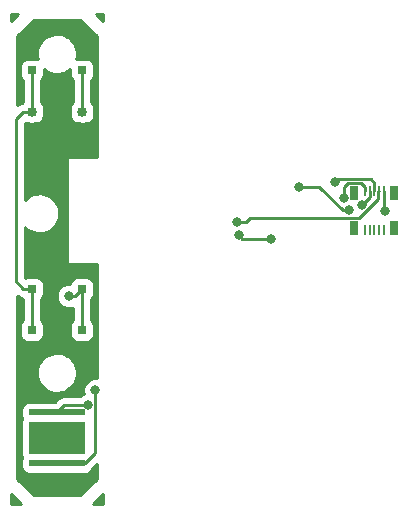
<source format=gbr>
%TF.GenerationSoftware,KiCad,Pcbnew,(5.99.0-2309-gaf729d578)*%
%TF.CreationDate,2020-09-01T21:57:30-04:00*%
%TF.ProjectId,flex,666c6578-2e6b-4696-9361-645f70636258,rev?*%
%TF.SameCoordinates,Original*%
%TF.FileFunction,Copper,L2,Bot*%
%TF.FilePolarity,Positive*%
%FSLAX46Y46*%
G04 Gerber Fmt 4.6, Leading zero omitted, Abs format (unit mm)*
G04 Created by KiCad (PCBNEW (5.99.0-2309-gaf729d578)) date 2020-09-01 21:57:30*
%MOMM*%
%LPD*%
G01*
G04 APERTURE LIST*
%TA.AperFunction,SMDPad,CuDef*%
%ADD10R,0.750000X0.700000*%
%TD*%
%TA.AperFunction,SMDPad,CuDef*%
%ADD11R,0.230000X0.920000*%
%TD*%
%TA.AperFunction,SMDPad,CuDef*%
%ADD12R,0.700000X1.200000*%
%TD*%
%TA.AperFunction,SMDPad,CuDef*%
%ADD13R,4.780000X0.500000*%
%TD*%
%TA.AperFunction,SMDPad,CuDef*%
%ADD14R,4.780000X2.780000*%
%TD*%
%TA.AperFunction,ViaPad*%
%ADD15C,0.800000*%
%TD*%
%TA.AperFunction,Conductor*%
%ADD16C,0.250000*%
%TD*%
%TA.AperFunction,NonConductor*%
%ADD17C,0.254000*%
%TD*%
G04 APERTURE END LIST*
D10*
%TO.P,SW2,2,2*%
%TO.N,GND*%
X252625000Y-38150000D03*
%TO.P,SW2,1,1*%
%TO.N,BUTTON4*%
X256875000Y-38150000D03*
%TO.P,SW2,2,2*%
%TO.N,GND*%
X252625000Y-34650000D03*
%TO.P,SW2,1,1*%
%TO.N,BUTTON4*%
X256875000Y-34650000D03*
%TD*%
%TO.P,SW1,2,2*%
%TO.N,GND*%
X252625000Y-19650000D03*
%TO.P,SW1,1,1*%
%TO.N,BUTTON2*%
X256875000Y-19650000D03*
%TO.P,SW1,2,2*%
%TO.N,GND*%
X252625000Y-16150000D03*
%TO.P,SW1,1,1*%
%TO.N,BUTTON2*%
X256875000Y-16150000D03*
%TD*%
D11*
%TO.P,P1,6,6*%
%TO.N,N/C*%
X281620000Y-29651316D03*
%TO.P,P1,4,4*%
X281220000Y-29651316D03*
%TO.P,P1,8,8*%
X282020000Y-29651316D03*
%TO.P,P1,2,2*%
X280820000Y-29651316D03*
%TO.P,P1,10,10*%
X282420000Y-29651316D03*
%TO.P,P1,5,5*%
%TO.N,BUTTON2*%
X281620000Y-26371316D03*
%TO.P,P1,3,3*%
%TO.N,FLASHLIGHT*%
X281220000Y-26371316D03*
%TO.P,P1,7,7*%
%TO.N,BUTTON4*%
X282020000Y-26371316D03*
%TO.P,P1,1,1*%
%TO.N,VIN*%
X280820000Y-26371316D03*
%TO.P,P1,9,9*%
%TO.N,GND*%
X282420000Y-26371316D03*
D12*
%TO.P,P1,P1*%
%TO.N,N/C*%
X279920000Y-29511316D03*
%TO.P,P1,P3*%
X279920000Y-26511316D03*
%TO.P,P1,P4*%
X283320000Y-26511316D03*
%TO.P,P1,P2*%
X283320000Y-29511316D03*
%TD*%
D13*
%TO.P,D1,1,K*%
%TO.N,Net-(D1-Pad1)*%
X254750000Y-45110000D03*
%TO.P,D1,2,A*%
%TO.N,Net-(D1-Pad2)*%
X254750000Y-49390000D03*
D14*
%TO.P,D1,*%
%TO.N,*%
X254750000Y-47250000D03*
%TD*%
D15*
%TO.N,Net-(D1-Pad1)*%
X270141863Y-30111296D03*
%TO.N,BUTTON4*%
X255750000Y-35250000D03*
X270000000Y-29000000D03*
%TO.N,Net-(D1-Pad1)*%
X272860621Y-30392622D03*
%TO.N,FLASHLIGHT*%
X280581702Y-27505718D03*
%TO.N,GND*%
X279500000Y-28000000D03*
%TO.N,VIN*%
X279069988Y-26929593D03*
%TO.N,GND*%
X275250000Y-26000000D03*
X252625000Y-19650000D03*
%TO.N,BUTTON2*%
X278250000Y-25561316D03*
X256875000Y-19650000D03*
%TO.N,GND*%
X282559026Y-28029513D03*
%TO.N,Net-(D1-Pad2)*%
X258000000Y-43250000D03*
%TO.N,Net-(D1-Pad1)*%
X257374990Y-44500000D03*
%TD*%
D16*
%TO.N,BUTTON4*%
X282020000Y-26371316D02*
X281970010Y-26371316D01*
X271124999Y-28625001D02*
X270750000Y-29000000D01*
X270750000Y-29000000D02*
X270000000Y-29000000D01*
X281970010Y-26371316D02*
X281970010Y-27001308D01*
X280346317Y-28625001D02*
X271124999Y-28625001D01*
%TO.N,Net-(D1-Pad1)*%
X270423189Y-30392622D02*
X270141863Y-30111296D01*
X272860621Y-30392622D02*
X270423189Y-30392622D01*
%TO.N,BUTTON4*%
X281970010Y-27001308D02*
X280346317Y-28625001D01*
X255750000Y-35250000D02*
X256275000Y-35250000D01*
X256275000Y-35250000D02*
X256875000Y-34650000D01*
%TO.N,FLASHLIGHT*%
X281220000Y-26867420D02*
X280581702Y-27505718D01*
X281220000Y-26371316D02*
X281220000Y-26867420D01*
%TO.N,VIN*%
X279069988Y-26006326D02*
X279069988Y-26929593D01*
X280450001Y-25686315D02*
X279389999Y-25686315D01*
X280820000Y-26056314D02*
X280450001Y-25686315D01*
X279389999Y-25686315D02*
X279069988Y-26006326D01*
%TO.N,GND*%
X278934315Y-28000000D02*
X276934315Y-26000000D01*
X279500000Y-28000000D02*
X278934315Y-28000000D01*
X276934315Y-26000000D02*
X275250000Y-26000000D01*
%TO.N,VIN*%
X280820000Y-26371316D02*
X280820000Y-26056314D01*
%TO.N,BUTTON2*%
X278250000Y-25561316D02*
X278475012Y-25336304D01*
X281294988Y-25336304D02*
X281620000Y-25661316D01*
X278475012Y-25336304D02*
X281294988Y-25336304D01*
X281620000Y-25661316D02*
X281620000Y-26371316D01*
%TO.N,GND*%
X252625000Y-34650000D02*
X251900001Y-34650000D01*
X251900001Y-34650000D02*
X251250000Y-33999999D01*
X251250000Y-20300001D02*
X251900001Y-19650000D01*
X251900001Y-19650000D02*
X252625000Y-19650000D01*
X251250000Y-33999999D02*
X251250000Y-20300001D01*
X252625000Y-38150000D02*
X252625000Y-34650000D01*
X252625000Y-16150000D02*
X252625000Y-19650000D01*
%TO.N,BUTTON2*%
X256875000Y-19650000D02*
X256875000Y-16150000D01*
%TO.N,GND*%
X282420000Y-26371316D02*
X282420000Y-27890487D01*
X282420000Y-27890487D02*
X282559026Y-28029513D01*
%TO.N,BUTTON4*%
X256875000Y-38150000D02*
X256875000Y-34650000D01*
%TO.N,Net-(D1-Pad2)*%
X258000000Y-48530000D02*
X258000000Y-43250000D01*
%TO.N,Net-(D1-Pad1)*%
X255360000Y-44500000D02*
X257374990Y-44500000D01*
%TO.N,Net-(D1-Pad2)*%
X254750000Y-49390000D02*
X257140000Y-49390000D01*
X257140000Y-49390000D02*
X258000000Y-48530000D01*
%TO.N,Net-(D1-Pad1)*%
X254750000Y-45110000D02*
X255360000Y-44500000D01*
%TD*%
D17*
X258624000Y-11984987D02*
X258018926Y-11376000D01*
X258624000Y-11376000D01*
X258624000Y-11984987D01*
%TA.AperFunction,NonConductor*%
G36*
X258624000Y-11984987D02*
G01*
X258018926Y-11376000D01*
X258624000Y-11376000D01*
X258624000Y-11984987D01*
G37*
%TD.AperFunction*%
X250876000Y-11984988D02*
X250876000Y-11376000D01*
X251481074Y-11376000D01*
X250876000Y-11984988D01*
%TA.AperFunction,NonConductor*%
G36*
X250876000Y-11984988D02*
G01*
X250876000Y-11376000D01*
X251481074Y-11376000D01*
X250876000Y-11984988D01*
G37*
%TD.AperFunction*%
X258116001Y-13272732D02*
X258116000Y-23453018D01*
X255697021Y-23474465D01*
X255624000Y-23548136D01*
X255624000Y-32463503D01*
X255697809Y-32537312D01*
X258116001Y-32537312D01*
X258116000Y-42214000D01*
X257871938Y-42214000D01*
X257855562Y-42216156D01*
X257608165Y-42282446D01*
X257592905Y-42288767D01*
X257371095Y-42416829D01*
X257357991Y-42426884D01*
X257176884Y-42607991D01*
X257166829Y-42621095D01*
X257038767Y-42842905D01*
X257032446Y-42858165D01*
X256966156Y-43105562D01*
X256964000Y-43121938D01*
X256964000Y-43378062D01*
X256966156Y-43394438D01*
X257001797Y-43527451D01*
X256983155Y-43532446D01*
X256967895Y-43538767D01*
X256746085Y-43666829D01*
X256732981Y-43676884D01*
X256670866Y-43739000D01*
X255304821Y-43739000D01*
X255304809Y-43739001D01*
X255249509Y-43739001D01*
X255229920Y-43742103D01*
X255181805Y-43757737D01*
X255131823Y-43765654D01*
X255112961Y-43771782D01*
X255067873Y-43794755D01*
X255019754Y-43810390D01*
X255002084Y-43819394D01*
X254961150Y-43849134D01*
X254916066Y-43872106D01*
X254900020Y-43883764D01*
X254860404Y-43923381D01*
X254860389Y-43923394D01*
X254565621Y-44218163D01*
X252351742Y-44218163D01*
X252335366Y-44220319D01*
X252056142Y-44295137D01*
X252031662Y-44307880D01*
X251875410Y-44438990D01*
X251861239Y-44455879D01*
X251760641Y-44630120D01*
X251753100Y-44650837D01*
X251719122Y-44843538D01*
X251718163Y-44854499D01*
X251718163Y-45368258D01*
X251720319Y-45384634D01*
X251778027Y-45600006D01*
X251760641Y-45630120D01*
X251753100Y-45650837D01*
X251719122Y-45843538D01*
X251718163Y-45854499D01*
X251718163Y-48648258D01*
X251720319Y-48664634D01*
X251778027Y-48880006D01*
X251760641Y-48910120D01*
X251753100Y-48930837D01*
X251719122Y-49123538D01*
X251718163Y-49134499D01*
X251718163Y-49648258D01*
X251720319Y-49664634D01*
X251795137Y-49943859D01*
X251807880Y-49968339D01*
X251938990Y-50124590D01*
X251955879Y-50138761D01*
X252130120Y-50239359D01*
X252150837Y-50246900D01*
X252343538Y-50280878D01*
X252354499Y-50281837D01*
X257148258Y-50281837D01*
X257164634Y-50279681D01*
X257443859Y-50204863D01*
X257468339Y-50192120D01*
X257624590Y-50061010D01*
X257638761Y-50044121D01*
X257739359Y-49869881D01*
X257741090Y-49865126D01*
X257756407Y-49849809D01*
X257756410Y-49849805D01*
X258116000Y-49490216D01*
X258116000Y-50738585D01*
X256736192Y-52127316D01*
X252763809Y-52127316D01*
X251384000Y-50738586D01*
X251384000Y-41737373D01*
X253060972Y-41737373D01*
X253079167Y-41997572D01*
X253080680Y-42007579D01*
X253140242Y-42261522D01*
X253143336Y-42271159D01*
X253242732Y-42512312D01*
X253247327Y-42521330D01*
X253384000Y-42743490D01*
X253389978Y-42751657D01*
X253560412Y-42949107D01*
X253567619Y-42956214D01*
X253767429Y-43123875D01*
X253775680Y-43129738D01*
X253999725Y-43263296D01*
X254008807Y-43267765D01*
X254251325Y-43363784D01*
X254261004Y-43366743D01*
X254515753Y-43422753D01*
X254525781Y-43424127D01*
X254786208Y-43438687D01*
X254796326Y-43438440D01*
X255055731Y-43411176D01*
X255065680Y-43409314D01*
X255317389Y-43340926D01*
X255326913Y-43337498D01*
X255564450Y-43229745D01*
X255573302Y-43224839D01*
X255790556Y-43080496D01*
X255798510Y-43074236D01*
X255989893Y-42897015D01*
X255996744Y-42889564D01*
X256157329Y-42684025D01*
X256162901Y-42675575D01*
X256288559Y-42447004D01*
X256292708Y-42437772D01*
X256380205Y-42192051D01*
X256382824Y-42182275D01*
X256429969Y-41925401D01*
X256431003Y-41914668D01*
X256434083Y-41620573D01*
X256433274Y-41609821D01*
X256391519Y-41352016D01*
X256389105Y-41342186D01*
X256306773Y-41094687D01*
X256302818Y-41085370D01*
X256181974Y-40854218D01*
X256176581Y-40845653D01*
X256020336Y-40636796D01*
X256013642Y-40629204D01*
X255826014Y-40448013D01*
X255818192Y-40441588D01*
X255604008Y-40292727D01*
X255595261Y-40287636D01*
X255360032Y-40174932D01*
X255350583Y-40171305D01*
X255100361Y-40097662D01*
X255090454Y-40095592D01*
X254831676Y-40062900D01*
X254821565Y-40062441D01*
X254560890Y-40071544D01*
X254550836Y-40072708D01*
X254294969Y-40123371D01*
X254285230Y-40126126D01*
X254040756Y-40217045D01*
X254031583Y-40221323D01*
X253804788Y-40350160D01*
X253796417Y-40355849D01*
X253593139Y-40519288D01*
X253585785Y-40526243D01*
X253411253Y-40720081D01*
X253405106Y-40728121D01*
X253263810Y-40947370D01*
X253259027Y-40956290D01*
X253154602Y-41195308D01*
X253151307Y-41204878D01*
X253086440Y-41457518D01*
X253084717Y-41467492D01*
X253061078Y-41727252D01*
X253060972Y-41737373D01*
X251384000Y-41737373D01*
X251384000Y-35210216D01*
X251400390Y-35226606D01*
X251400405Y-35226619D01*
X251440021Y-35266236D01*
X251456067Y-35277894D01*
X251501151Y-35300866D01*
X251542085Y-35330606D01*
X251559755Y-35339610D01*
X251607874Y-35355245D01*
X251652962Y-35378218D01*
X251671824Y-35384346D01*
X251721806Y-35392263D01*
X251762656Y-35405537D01*
X251828990Y-35484590D01*
X251845879Y-35498761D01*
X251864001Y-35509224D01*
X251864000Y-37296264D01*
X251765410Y-37378990D01*
X251751239Y-37395879D01*
X251650641Y-37570120D01*
X251643100Y-37590837D01*
X251609122Y-37783538D01*
X251608163Y-37794499D01*
X251608163Y-38508258D01*
X251610319Y-38524634D01*
X251685137Y-38803859D01*
X251697880Y-38828339D01*
X251828990Y-38984590D01*
X251845879Y-38998761D01*
X252020120Y-39099359D01*
X252040837Y-39106900D01*
X252233538Y-39140878D01*
X252244499Y-39141837D01*
X253008258Y-39141837D01*
X253024634Y-39139681D01*
X253303859Y-39064863D01*
X253328339Y-39052120D01*
X253484590Y-38921010D01*
X253498761Y-38904121D01*
X253599359Y-38729880D01*
X253606900Y-38709163D01*
X253640878Y-38516462D01*
X253641837Y-38505501D01*
X253641837Y-37791742D01*
X253639681Y-37775366D01*
X253564863Y-37496142D01*
X253552120Y-37471662D01*
X253421010Y-37315410D01*
X253404121Y-37301238D01*
X253386000Y-37290776D01*
X253386000Y-35503736D01*
X253484590Y-35421010D01*
X253498761Y-35404121D01*
X253599359Y-35229880D01*
X253606900Y-35209163D01*
X253622279Y-35121938D01*
X254714000Y-35121938D01*
X254714000Y-35378062D01*
X254716156Y-35394438D01*
X254782446Y-35641835D01*
X254788767Y-35657095D01*
X254916829Y-35878905D01*
X254926884Y-35892009D01*
X255107991Y-36073116D01*
X255121095Y-36083171D01*
X255342905Y-36211233D01*
X255358165Y-36217554D01*
X255605562Y-36283844D01*
X255621938Y-36286000D01*
X255878062Y-36286000D01*
X255894438Y-36283844D01*
X256114001Y-36225012D01*
X256114000Y-37296264D01*
X256015410Y-37378990D01*
X256001239Y-37395879D01*
X255900641Y-37570120D01*
X255893100Y-37590837D01*
X255859122Y-37783538D01*
X255858163Y-37794499D01*
X255858163Y-38508258D01*
X255860319Y-38524634D01*
X255935137Y-38803859D01*
X255947880Y-38828339D01*
X256078990Y-38984590D01*
X256095879Y-38998761D01*
X256270120Y-39099359D01*
X256290837Y-39106900D01*
X256483538Y-39140878D01*
X256494499Y-39141837D01*
X257258258Y-39141837D01*
X257274634Y-39139681D01*
X257553859Y-39064863D01*
X257578339Y-39052120D01*
X257734590Y-38921010D01*
X257748761Y-38904121D01*
X257849359Y-38729880D01*
X257856900Y-38709163D01*
X257890878Y-38516462D01*
X257891837Y-38505501D01*
X257891837Y-37791742D01*
X257889681Y-37775366D01*
X257814863Y-37496142D01*
X257802120Y-37471662D01*
X257671010Y-37315410D01*
X257654121Y-37301238D01*
X257636000Y-37290776D01*
X257636000Y-35503736D01*
X257734590Y-35421010D01*
X257748761Y-35404121D01*
X257849359Y-35229880D01*
X257856900Y-35209163D01*
X257890878Y-35016462D01*
X257891837Y-35005501D01*
X257891837Y-34291742D01*
X257889681Y-34275366D01*
X257814863Y-33996142D01*
X257802120Y-33971662D01*
X257671010Y-33815410D01*
X257654121Y-33801239D01*
X257479880Y-33700641D01*
X257459163Y-33693100D01*
X257266462Y-33659122D01*
X257255501Y-33658163D01*
X256491742Y-33658163D01*
X256475366Y-33660319D01*
X256196142Y-33735137D01*
X256171662Y-33747880D01*
X256015410Y-33878990D01*
X256001239Y-33895879D01*
X255900641Y-34070120D01*
X255893100Y-34090837D01*
X255871383Y-34214000D01*
X255621938Y-34214000D01*
X255605562Y-34216156D01*
X255358165Y-34282446D01*
X255342905Y-34288767D01*
X255121095Y-34416829D01*
X255107991Y-34426884D01*
X254926884Y-34607991D01*
X254916829Y-34621095D01*
X254788767Y-34842905D01*
X254782446Y-34858165D01*
X254716156Y-35105562D01*
X254714000Y-35121938D01*
X253622279Y-35121938D01*
X253640878Y-35016462D01*
X253641837Y-35005501D01*
X253641837Y-34291742D01*
X253639681Y-34275366D01*
X253564863Y-33996142D01*
X253552120Y-33971662D01*
X253421010Y-33815410D01*
X253404121Y-33801239D01*
X253229880Y-33700641D01*
X253209163Y-33693100D01*
X253016462Y-33659122D01*
X253005501Y-33658163D01*
X252241742Y-33658163D01*
X252225366Y-33660319D01*
X252037005Y-33710789D01*
X252011000Y-33684784D01*
X252011000Y-29391863D01*
X252060412Y-29449107D01*
X252067619Y-29456214D01*
X252267429Y-29623875D01*
X252275680Y-29629738D01*
X252499725Y-29763296D01*
X252508807Y-29767765D01*
X252751325Y-29863784D01*
X252761004Y-29866743D01*
X253015753Y-29922753D01*
X253025781Y-29924127D01*
X253286208Y-29938687D01*
X253296326Y-29938440D01*
X253555731Y-29911176D01*
X253565680Y-29909314D01*
X253817389Y-29840926D01*
X253826913Y-29837498D01*
X254064450Y-29729745D01*
X254073302Y-29724839D01*
X254290556Y-29580496D01*
X254298510Y-29574236D01*
X254489893Y-29397015D01*
X254496744Y-29389564D01*
X254657329Y-29184025D01*
X254662901Y-29175575D01*
X254788559Y-28947004D01*
X254792708Y-28937772D01*
X254880205Y-28692051D01*
X254882824Y-28682275D01*
X254929969Y-28425401D01*
X254931003Y-28414668D01*
X254934083Y-28120573D01*
X254933274Y-28109821D01*
X254891519Y-27852016D01*
X254889105Y-27842186D01*
X254806773Y-27594687D01*
X254802818Y-27585370D01*
X254681974Y-27354218D01*
X254676581Y-27345653D01*
X254520336Y-27136796D01*
X254513642Y-27129204D01*
X254326014Y-26948013D01*
X254318192Y-26941588D01*
X254104008Y-26792727D01*
X254095261Y-26787636D01*
X253860032Y-26674932D01*
X253850583Y-26671305D01*
X253600361Y-26597662D01*
X253590454Y-26595592D01*
X253331676Y-26562900D01*
X253321565Y-26562441D01*
X253060890Y-26571544D01*
X253050836Y-26572708D01*
X252794969Y-26623371D01*
X252785230Y-26626126D01*
X252540756Y-26717045D01*
X252531583Y-26721323D01*
X252304788Y-26850160D01*
X252296417Y-26855849D01*
X252093139Y-27019288D01*
X252085785Y-27026243D01*
X252011000Y-27109300D01*
X252011000Y-20615216D01*
X252025059Y-20601157D01*
X252040837Y-20606900D01*
X252233538Y-20640878D01*
X252244499Y-20641837D01*
X252323789Y-20641837D01*
X252480562Y-20683844D01*
X252496937Y-20686000D01*
X252753063Y-20686000D01*
X252769438Y-20683844D01*
X252926211Y-20641837D01*
X253008258Y-20641837D01*
X253024634Y-20639681D01*
X253303859Y-20564863D01*
X253328339Y-20552120D01*
X253484590Y-20421010D01*
X253498761Y-20404121D01*
X253599359Y-20229880D01*
X253606900Y-20209163D01*
X253640878Y-20016462D01*
X253641837Y-20005501D01*
X253641837Y-19857910D01*
X253658844Y-19794438D01*
X253661000Y-19778063D01*
X253661000Y-19521937D01*
X253658844Y-19505562D01*
X253641837Y-19442090D01*
X253641837Y-19291742D01*
X253639681Y-19275366D01*
X253564863Y-18996142D01*
X253552120Y-18971662D01*
X253421010Y-18815410D01*
X253404121Y-18801238D01*
X253386000Y-18790776D01*
X253386000Y-17003736D01*
X253484590Y-16921010D01*
X253498761Y-16904121D01*
X253599359Y-16729880D01*
X253606900Y-16709163D01*
X253640878Y-16516462D01*
X253641837Y-16505501D01*
X253641837Y-16018490D01*
X253767429Y-16123875D01*
X253775680Y-16129738D01*
X253999725Y-16263296D01*
X254008807Y-16267765D01*
X254251325Y-16363784D01*
X254261004Y-16366743D01*
X254515753Y-16422753D01*
X254525781Y-16424127D01*
X254786208Y-16438687D01*
X254796326Y-16438440D01*
X255055731Y-16411176D01*
X255065680Y-16409314D01*
X255317389Y-16340926D01*
X255326913Y-16337498D01*
X255564450Y-16229745D01*
X255573302Y-16224839D01*
X255790556Y-16080496D01*
X255798510Y-16074236D01*
X255858163Y-16018997D01*
X255858163Y-16508258D01*
X255860319Y-16524634D01*
X255935137Y-16803859D01*
X255947880Y-16828339D01*
X256078990Y-16984590D01*
X256095879Y-16998761D01*
X256114001Y-17009224D01*
X256114000Y-18796264D01*
X256015410Y-18878990D01*
X256001239Y-18895879D01*
X255900641Y-19070120D01*
X255893100Y-19090837D01*
X255859122Y-19283538D01*
X255858163Y-19294499D01*
X255858163Y-19442090D01*
X255841156Y-19505562D01*
X255839000Y-19521937D01*
X255839000Y-19778063D01*
X255841156Y-19794438D01*
X255858163Y-19857910D01*
X255858163Y-20008258D01*
X255860319Y-20024634D01*
X255935137Y-20303859D01*
X255947880Y-20328339D01*
X256078990Y-20484590D01*
X256095879Y-20498761D01*
X256270120Y-20599359D01*
X256290837Y-20606900D01*
X256483538Y-20640878D01*
X256494499Y-20641837D01*
X256573789Y-20641837D01*
X256730562Y-20683844D01*
X256746937Y-20686000D01*
X257003063Y-20686000D01*
X257019438Y-20683844D01*
X257176211Y-20641837D01*
X257258258Y-20641837D01*
X257274634Y-20639681D01*
X257553859Y-20564863D01*
X257578339Y-20552120D01*
X257734590Y-20421010D01*
X257748761Y-20404121D01*
X257849359Y-20229880D01*
X257856900Y-20209163D01*
X257890878Y-20016462D01*
X257891837Y-20005501D01*
X257891837Y-19857910D01*
X257908844Y-19794438D01*
X257911000Y-19778063D01*
X257911000Y-19521937D01*
X257908844Y-19505562D01*
X257891837Y-19442090D01*
X257891837Y-19291742D01*
X257889681Y-19275366D01*
X257814863Y-18996142D01*
X257802120Y-18971662D01*
X257671010Y-18815410D01*
X257654121Y-18801238D01*
X257636000Y-18790776D01*
X257636000Y-17003736D01*
X257734590Y-16921010D01*
X257748761Y-16904121D01*
X257849359Y-16729880D01*
X257856900Y-16709163D01*
X257890878Y-16516462D01*
X257891837Y-16505501D01*
X257891837Y-15791742D01*
X257889681Y-15775366D01*
X257814863Y-15496142D01*
X257802120Y-15471662D01*
X257671010Y-15315410D01*
X257654121Y-15301239D01*
X257479880Y-15200641D01*
X257459163Y-15193100D01*
X257266462Y-15159122D01*
X257255501Y-15158163D01*
X256491742Y-15158163D01*
X256475366Y-15160319D01*
X256382004Y-15185335D01*
X256382824Y-15182275D01*
X256429969Y-14925401D01*
X256431003Y-14914668D01*
X256434083Y-14620573D01*
X256433274Y-14609821D01*
X256391519Y-14352016D01*
X256389105Y-14342186D01*
X256306773Y-14094687D01*
X256302818Y-14085370D01*
X256181974Y-13854218D01*
X256176581Y-13845653D01*
X256020336Y-13636796D01*
X256013642Y-13629204D01*
X255826014Y-13448013D01*
X255818192Y-13441588D01*
X255604008Y-13292727D01*
X255595261Y-13287636D01*
X255360032Y-13174932D01*
X255350583Y-13171305D01*
X255100361Y-13097662D01*
X255090454Y-13095592D01*
X254831676Y-13062900D01*
X254821565Y-13062441D01*
X254560890Y-13071544D01*
X254550836Y-13072708D01*
X254294969Y-13123371D01*
X254285230Y-13126126D01*
X254040756Y-13217045D01*
X254031583Y-13221323D01*
X253804788Y-13350160D01*
X253796417Y-13355849D01*
X253593139Y-13519288D01*
X253585785Y-13526243D01*
X253411253Y-13720081D01*
X253405106Y-13728121D01*
X253263810Y-13947370D01*
X253259027Y-13956290D01*
X253154602Y-14195308D01*
X253151307Y-14204878D01*
X253086440Y-14457518D01*
X253084717Y-14467492D01*
X253061078Y-14727252D01*
X253060972Y-14737373D01*
X253079167Y-14997572D01*
X253080680Y-15007579D01*
X253120528Y-15177471D01*
X253016462Y-15159122D01*
X253005501Y-15158163D01*
X252241742Y-15158163D01*
X252225366Y-15160319D01*
X251946142Y-15235137D01*
X251921662Y-15247880D01*
X251765410Y-15378990D01*
X251751239Y-15395879D01*
X251650641Y-15570120D01*
X251643100Y-15590837D01*
X251609122Y-15783538D01*
X251608163Y-15794499D01*
X251608163Y-16508258D01*
X251610319Y-16524634D01*
X251685137Y-16803859D01*
X251697880Y-16828339D01*
X251828990Y-16984590D01*
X251845880Y-16998762D01*
X251864000Y-17009223D01*
X251864001Y-18796263D01*
X251765410Y-18878990D01*
X251751239Y-18895879D01*
X251749608Y-18898703D01*
X251721806Y-18907737D01*
X251671824Y-18915654D01*
X251652962Y-18921782D01*
X251607874Y-18944755D01*
X251559755Y-18960390D01*
X251542085Y-18969394D01*
X251501151Y-18999134D01*
X251456067Y-19022106D01*
X251440021Y-19033764D01*
X251400405Y-19073381D01*
X251400390Y-19073394D01*
X251384000Y-19089784D01*
X251384000Y-13272730D01*
X252763809Y-11884000D01*
X256736192Y-11884000D01*
X258116001Y-13272732D01*
%TA.AperFunction,NonConductor*%
G36*
X258116001Y-13272732D02*
G01*
X258116000Y-23453018D01*
X255697021Y-23474465D01*
X255624000Y-23548136D01*
X255624000Y-32463503D01*
X255697809Y-32537312D01*
X258116001Y-32537312D01*
X258116000Y-42214000D01*
X257871938Y-42214000D01*
X257855562Y-42216156D01*
X257608165Y-42282446D01*
X257592905Y-42288767D01*
X257371095Y-42416829D01*
X257357991Y-42426884D01*
X257176884Y-42607991D01*
X257166829Y-42621095D01*
X257038767Y-42842905D01*
X257032446Y-42858165D01*
X256966156Y-43105562D01*
X256964000Y-43121938D01*
X256964000Y-43378062D01*
X256966156Y-43394438D01*
X257001797Y-43527451D01*
X256983155Y-43532446D01*
X256967895Y-43538767D01*
X256746085Y-43666829D01*
X256732981Y-43676884D01*
X256670866Y-43739000D01*
X255304821Y-43739000D01*
X255304809Y-43739001D01*
X255249509Y-43739001D01*
X255229920Y-43742103D01*
X255181805Y-43757737D01*
X255131823Y-43765654D01*
X255112961Y-43771782D01*
X255067873Y-43794755D01*
X255019754Y-43810390D01*
X255002084Y-43819394D01*
X254961150Y-43849134D01*
X254916066Y-43872106D01*
X254900020Y-43883764D01*
X254860404Y-43923381D01*
X254860389Y-43923394D01*
X254565621Y-44218163D01*
X252351742Y-44218163D01*
X252335366Y-44220319D01*
X252056142Y-44295137D01*
X252031662Y-44307880D01*
X251875410Y-44438990D01*
X251861239Y-44455879D01*
X251760641Y-44630120D01*
X251753100Y-44650837D01*
X251719122Y-44843538D01*
X251718163Y-44854499D01*
X251718163Y-45368258D01*
X251720319Y-45384634D01*
X251778027Y-45600006D01*
X251760641Y-45630120D01*
X251753100Y-45650837D01*
X251719122Y-45843538D01*
X251718163Y-45854499D01*
X251718163Y-48648258D01*
X251720319Y-48664634D01*
X251778027Y-48880006D01*
X251760641Y-48910120D01*
X251753100Y-48930837D01*
X251719122Y-49123538D01*
X251718163Y-49134499D01*
X251718163Y-49648258D01*
X251720319Y-49664634D01*
X251795137Y-49943859D01*
X251807880Y-49968339D01*
X251938990Y-50124590D01*
X251955879Y-50138761D01*
X252130120Y-50239359D01*
X252150837Y-50246900D01*
X252343538Y-50280878D01*
X252354499Y-50281837D01*
X257148258Y-50281837D01*
X257164634Y-50279681D01*
X257443859Y-50204863D01*
X257468339Y-50192120D01*
X257624590Y-50061010D01*
X257638761Y-50044121D01*
X257739359Y-49869881D01*
X257741090Y-49865126D01*
X257756407Y-49849809D01*
X257756410Y-49849805D01*
X258116000Y-49490216D01*
X258116000Y-50738585D01*
X256736192Y-52127316D01*
X252763809Y-52127316D01*
X251384000Y-50738586D01*
X251384000Y-41737373D01*
X253060972Y-41737373D01*
X253079167Y-41997572D01*
X253080680Y-42007579D01*
X253140242Y-42261522D01*
X253143336Y-42271159D01*
X253242732Y-42512312D01*
X253247327Y-42521330D01*
X253384000Y-42743490D01*
X253389978Y-42751657D01*
X253560412Y-42949107D01*
X253567619Y-42956214D01*
X253767429Y-43123875D01*
X253775680Y-43129738D01*
X253999725Y-43263296D01*
X254008807Y-43267765D01*
X254251325Y-43363784D01*
X254261004Y-43366743D01*
X254515753Y-43422753D01*
X254525781Y-43424127D01*
X254786208Y-43438687D01*
X254796326Y-43438440D01*
X255055731Y-43411176D01*
X255065680Y-43409314D01*
X255317389Y-43340926D01*
X255326913Y-43337498D01*
X255564450Y-43229745D01*
X255573302Y-43224839D01*
X255790556Y-43080496D01*
X255798510Y-43074236D01*
X255989893Y-42897015D01*
X255996744Y-42889564D01*
X256157329Y-42684025D01*
X256162901Y-42675575D01*
X256288559Y-42447004D01*
X256292708Y-42437772D01*
X256380205Y-42192051D01*
X256382824Y-42182275D01*
X256429969Y-41925401D01*
X256431003Y-41914668D01*
X256434083Y-41620573D01*
X256433274Y-41609821D01*
X256391519Y-41352016D01*
X256389105Y-41342186D01*
X256306773Y-41094687D01*
X256302818Y-41085370D01*
X256181974Y-40854218D01*
X256176581Y-40845653D01*
X256020336Y-40636796D01*
X256013642Y-40629204D01*
X255826014Y-40448013D01*
X255818192Y-40441588D01*
X255604008Y-40292727D01*
X255595261Y-40287636D01*
X255360032Y-40174932D01*
X255350583Y-40171305D01*
X255100361Y-40097662D01*
X255090454Y-40095592D01*
X254831676Y-40062900D01*
X254821565Y-40062441D01*
X254560890Y-40071544D01*
X254550836Y-40072708D01*
X254294969Y-40123371D01*
X254285230Y-40126126D01*
X254040756Y-40217045D01*
X254031583Y-40221323D01*
X253804788Y-40350160D01*
X253796417Y-40355849D01*
X253593139Y-40519288D01*
X253585785Y-40526243D01*
X253411253Y-40720081D01*
X253405106Y-40728121D01*
X253263810Y-40947370D01*
X253259027Y-40956290D01*
X253154602Y-41195308D01*
X253151307Y-41204878D01*
X253086440Y-41457518D01*
X253084717Y-41467492D01*
X253061078Y-41727252D01*
X253060972Y-41737373D01*
X251384000Y-41737373D01*
X251384000Y-35210216D01*
X251400390Y-35226606D01*
X251400405Y-35226619D01*
X251440021Y-35266236D01*
X251456067Y-35277894D01*
X251501151Y-35300866D01*
X251542085Y-35330606D01*
X251559755Y-35339610D01*
X251607874Y-35355245D01*
X251652962Y-35378218D01*
X251671824Y-35384346D01*
X251721806Y-35392263D01*
X251762656Y-35405537D01*
X251828990Y-35484590D01*
X251845879Y-35498761D01*
X251864001Y-35509224D01*
X251864000Y-37296264D01*
X251765410Y-37378990D01*
X251751239Y-37395879D01*
X251650641Y-37570120D01*
X251643100Y-37590837D01*
X251609122Y-37783538D01*
X251608163Y-37794499D01*
X251608163Y-38508258D01*
X251610319Y-38524634D01*
X251685137Y-38803859D01*
X251697880Y-38828339D01*
X251828990Y-38984590D01*
X251845879Y-38998761D01*
X252020120Y-39099359D01*
X252040837Y-39106900D01*
X252233538Y-39140878D01*
X252244499Y-39141837D01*
X253008258Y-39141837D01*
X253024634Y-39139681D01*
X253303859Y-39064863D01*
X253328339Y-39052120D01*
X253484590Y-38921010D01*
X253498761Y-38904121D01*
X253599359Y-38729880D01*
X253606900Y-38709163D01*
X253640878Y-38516462D01*
X253641837Y-38505501D01*
X253641837Y-37791742D01*
X253639681Y-37775366D01*
X253564863Y-37496142D01*
X253552120Y-37471662D01*
X253421010Y-37315410D01*
X253404121Y-37301238D01*
X253386000Y-37290776D01*
X253386000Y-35503736D01*
X253484590Y-35421010D01*
X253498761Y-35404121D01*
X253599359Y-35229880D01*
X253606900Y-35209163D01*
X253622279Y-35121938D01*
X254714000Y-35121938D01*
X254714000Y-35378062D01*
X254716156Y-35394438D01*
X254782446Y-35641835D01*
X254788767Y-35657095D01*
X254916829Y-35878905D01*
X254926884Y-35892009D01*
X255107991Y-36073116D01*
X255121095Y-36083171D01*
X255342905Y-36211233D01*
X255358165Y-36217554D01*
X255605562Y-36283844D01*
X255621938Y-36286000D01*
X255878062Y-36286000D01*
X255894438Y-36283844D01*
X256114001Y-36225012D01*
X256114000Y-37296264D01*
X256015410Y-37378990D01*
X256001239Y-37395879D01*
X255900641Y-37570120D01*
X255893100Y-37590837D01*
X255859122Y-37783538D01*
X255858163Y-37794499D01*
X255858163Y-38508258D01*
X255860319Y-38524634D01*
X255935137Y-38803859D01*
X255947880Y-38828339D01*
X256078990Y-38984590D01*
X256095879Y-38998761D01*
X256270120Y-39099359D01*
X256290837Y-39106900D01*
X256483538Y-39140878D01*
X256494499Y-39141837D01*
X257258258Y-39141837D01*
X257274634Y-39139681D01*
X257553859Y-39064863D01*
X257578339Y-39052120D01*
X257734590Y-38921010D01*
X257748761Y-38904121D01*
X257849359Y-38729880D01*
X257856900Y-38709163D01*
X257890878Y-38516462D01*
X257891837Y-38505501D01*
X257891837Y-37791742D01*
X257889681Y-37775366D01*
X257814863Y-37496142D01*
X257802120Y-37471662D01*
X257671010Y-37315410D01*
X257654121Y-37301238D01*
X257636000Y-37290776D01*
X257636000Y-35503736D01*
X257734590Y-35421010D01*
X257748761Y-35404121D01*
X257849359Y-35229880D01*
X257856900Y-35209163D01*
X257890878Y-35016462D01*
X257891837Y-35005501D01*
X257891837Y-34291742D01*
X257889681Y-34275366D01*
X257814863Y-33996142D01*
X257802120Y-33971662D01*
X257671010Y-33815410D01*
X257654121Y-33801239D01*
X257479880Y-33700641D01*
X257459163Y-33693100D01*
X257266462Y-33659122D01*
X257255501Y-33658163D01*
X256491742Y-33658163D01*
X256475366Y-33660319D01*
X256196142Y-33735137D01*
X256171662Y-33747880D01*
X256015410Y-33878990D01*
X256001239Y-33895879D01*
X255900641Y-34070120D01*
X255893100Y-34090837D01*
X255871383Y-34214000D01*
X255621938Y-34214000D01*
X255605562Y-34216156D01*
X255358165Y-34282446D01*
X255342905Y-34288767D01*
X255121095Y-34416829D01*
X255107991Y-34426884D01*
X254926884Y-34607991D01*
X254916829Y-34621095D01*
X254788767Y-34842905D01*
X254782446Y-34858165D01*
X254716156Y-35105562D01*
X254714000Y-35121938D01*
X253622279Y-35121938D01*
X253640878Y-35016462D01*
X253641837Y-35005501D01*
X253641837Y-34291742D01*
X253639681Y-34275366D01*
X253564863Y-33996142D01*
X253552120Y-33971662D01*
X253421010Y-33815410D01*
X253404121Y-33801239D01*
X253229880Y-33700641D01*
X253209163Y-33693100D01*
X253016462Y-33659122D01*
X253005501Y-33658163D01*
X252241742Y-33658163D01*
X252225366Y-33660319D01*
X252037005Y-33710789D01*
X252011000Y-33684784D01*
X252011000Y-29391863D01*
X252060412Y-29449107D01*
X252067619Y-29456214D01*
X252267429Y-29623875D01*
X252275680Y-29629738D01*
X252499725Y-29763296D01*
X252508807Y-29767765D01*
X252751325Y-29863784D01*
X252761004Y-29866743D01*
X253015753Y-29922753D01*
X253025781Y-29924127D01*
X253286208Y-29938687D01*
X253296326Y-29938440D01*
X253555731Y-29911176D01*
X253565680Y-29909314D01*
X253817389Y-29840926D01*
X253826913Y-29837498D01*
X254064450Y-29729745D01*
X254073302Y-29724839D01*
X254290556Y-29580496D01*
X254298510Y-29574236D01*
X254489893Y-29397015D01*
X254496744Y-29389564D01*
X254657329Y-29184025D01*
X254662901Y-29175575D01*
X254788559Y-28947004D01*
X254792708Y-28937772D01*
X254880205Y-28692051D01*
X254882824Y-28682275D01*
X254929969Y-28425401D01*
X254931003Y-28414668D01*
X254934083Y-28120573D01*
X254933274Y-28109821D01*
X254891519Y-27852016D01*
X254889105Y-27842186D01*
X254806773Y-27594687D01*
X254802818Y-27585370D01*
X254681974Y-27354218D01*
X254676581Y-27345653D01*
X254520336Y-27136796D01*
X254513642Y-27129204D01*
X254326014Y-26948013D01*
X254318192Y-26941588D01*
X254104008Y-26792727D01*
X254095261Y-26787636D01*
X253860032Y-26674932D01*
X253850583Y-26671305D01*
X253600361Y-26597662D01*
X253590454Y-26595592D01*
X253331676Y-26562900D01*
X253321565Y-26562441D01*
X253060890Y-26571544D01*
X253050836Y-26572708D01*
X252794969Y-26623371D01*
X252785230Y-26626126D01*
X252540756Y-26717045D01*
X252531583Y-26721323D01*
X252304788Y-26850160D01*
X252296417Y-26855849D01*
X252093139Y-27019288D01*
X252085785Y-27026243D01*
X252011000Y-27109300D01*
X252011000Y-20615216D01*
X252025059Y-20601157D01*
X252040837Y-20606900D01*
X252233538Y-20640878D01*
X252244499Y-20641837D01*
X252323789Y-20641837D01*
X252480562Y-20683844D01*
X252496937Y-20686000D01*
X252753063Y-20686000D01*
X252769438Y-20683844D01*
X252926211Y-20641837D01*
X253008258Y-20641837D01*
X253024634Y-20639681D01*
X253303859Y-20564863D01*
X253328339Y-20552120D01*
X253484590Y-20421010D01*
X253498761Y-20404121D01*
X253599359Y-20229880D01*
X253606900Y-20209163D01*
X253640878Y-20016462D01*
X253641837Y-20005501D01*
X253641837Y-19857910D01*
X253658844Y-19794438D01*
X253661000Y-19778063D01*
X253661000Y-19521937D01*
X253658844Y-19505562D01*
X253641837Y-19442090D01*
X253641837Y-19291742D01*
X253639681Y-19275366D01*
X253564863Y-18996142D01*
X253552120Y-18971662D01*
X253421010Y-18815410D01*
X253404121Y-18801238D01*
X253386000Y-18790776D01*
X253386000Y-17003736D01*
X253484590Y-16921010D01*
X253498761Y-16904121D01*
X253599359Y-16729880D01*
X253606900Y-16709163D01*
X253640878Y-16516462D01*
X253641837Y-16505501D01*
X253641837Y-16018490D01*
X253767429Y-16123875D01*
X253775680Y-16129738D01*
X253999725Y-16263296D01*
X254008807Y-16267765D01*
X254251325Y-16363784D01*
X254261004Y-16366743D01*
X254515753Y-16422753D01*
X254525781Y-16424127D01*
X254786208Y-16438687D01*
X254796326Y-16438440D01*
X255055731Y-16411176D01*
X255065680Y-16409314D01*
X255317389Y-16340926D01*
X255326913Y-16337498D01*
X255564450Y-16229745D01*
X255573302Y-16224839D01*
X255790556Y-16080496D01*
X255798510Y-16074236D01*
X255858163Y-16018997D01*
X255858163Y-16508258D01*
X255860319Y-16524634D01*
X255935137Y-16803859D01*
X255947880Y-16828339D01*
X256078990Y-16984590D01*
X256095879Y-16998761D01*
X256114001Y-17009224D01*
X256114000Y-18796264D01*
X256015410Y-18878990D01*
X256001239Y-18895879D01*
X255900641Y-19070120D01*
X255893100Y-19090837D01*
X255859122Y-19283538D01*
X255858163Y-19294499D01*
X255858163Y-19442090D01*
X255841156Y-19505562D01*
X255839000Y-19521937D01*
X255839000Y-19778063D01*
X255841156Y-19794438D01*
X255858163Y-19857910D01*
X255858163Y-20008258D01*
X255860319Y-20024634D01*
X255935137Y-20303859D01*
X255947880Y-20328339D01*
X256078990Y-20484590D01*
X256095879Y-20498761D01*
X256270120Y-20599359D01*
X256290837Y-20606900D01*
X256483538Y-20640878D01*
X256494499Y-20641837D01*
X256573789Y-20641837D01*
X256730562Y-20683844D01*
X256746937Y-20686000D01*
X257003063Y-20686000D01*
X257019438Y-20683844D01*
X257176211Y-20641837D01*
X257258258Y-20641837D01*
X257274634Y-20639681D01*
X257553859Y-20564863D01*
X257578339Y-20552120D01*
X257734590Y-20421010D01*
X257748761Y-20404121D01*
X257849359Y-20229880D01*
X257856900Y-20209163D01*
X257890878Y-20016462D01*
X257891837Y-20005501D01*
X257891837Y-19857910D01*
X257908844Y-19794438D01*
X257911000Y-19778063D01*
X257911000Y-19521937D01*
X257908844Y-19505562D01*
X257891837Y-19442090D01*
X257891837Y-19291742D01*
X257889681Y-19275366D01*
X257814863Y-18996142D01*
X257802120Y-18971662D01*
X257671010Y-18815410D01*
X257654121Y-18801238D01*
X257636000Y-18790776D01*
X257636000Y-17003736D01*
X257734590Y-16921010D01*
X257748761Y-16904121D01*
X257849359Y-16729880D01*
X257856900Y-16709163D01*
X257890878Y-16516462D01*
X257891837Y-16505501D01*
X257891837Y-15791742D01*
X257889681Y-15775366D01*
X257814863Y-15496142D01*
X257802120Y-15471662D01*
X257671010Y-15315410D01*
X257654121Y-15301239D01*
X257479880Y-15200641D01*
X257459163Y-15193100D01*
X257266462Y-15159122D01*
X257255501Y-15158163D01*
X256491742Y-15158163D01*
X256475366Y-15160319D01*
X256382004Y-15185335D01*
X256382824Y-15182275D01*
X256429969Y-14925401D01*
X256431003Y-14914668D01*
X256434083Y-14620573D01*
X256433274Y-14609821D01*
X256391519Y-14352016D01*
X256389105Y-14342186D01*
X256306773Y-14094687D01*
X256302818Y-14085370D01*
X256181974Y-13854218D01*
X256176581Y-13845653D01*
X256020336Y-13636796D01*
X256013642Y-13629204D01*
X255826014Y-13448013D01*
X255818192Y-13441588D01*
X255604008Y-13292727D01*
X255595261Y-13287636D01*
X255360032Y-13174932D01*
X255350583Y-13171305D01*
X255100361Y-13097662D01*
X255090454Y-13095592D01*
X254831676Y-13062900D01*
X254821565Y-13062441D01*
X254560890Y-13071544D01*
X254550836Y-13072708D01*
X254294969Y-13123371D01*
X254285230Y-13126126D01*
X254040756Y-13217045D01*
X254031583Y-13221323D01*
X253804788Y-13350160D01*
X253796417Y-13355849D01*
X253593139Y-13519288D01*
X253585785Y-13526243D01*
X253411253Y-13720081D01*
X253405106Y-13728121D01*
X253263810Y-13947370D01*
X253259027Y-13956290D01*
X253154602Y-14195308D01*
X253151307Y-14204878D01*
X253086440Y-14457518D01*
X253084717Y-14467492D01*
X253061078Y-14727252D01*
X253060972Y-14737373D01*
X253079167Y-14997572D01*
X253080680Y-15007579D01*
X253120528Y-15177471D01*
X253016462Y-15159122D01*
X253005501Y-15158163D01*
X252241742Y-15158163D01*
X252225366Y-15160319D01*
X251946142Y-15235137D01*
X251921662Y-15247880D01*
X251765410Y-15378990D01*
X251751239Y-15395879D01*
X251650641Y-15570120D01*
X251643100Y-15590837D01*
X251609122Y-15783538D01*
X251608163Y-15794499D01*
X251608163Y-16508258D01*
X251610319Y-16524634D01*
X251685137Y-16803859D01*
X251697880Y-16828339D01*
X251828990Y-16984590D01*
X251845880Y-16998762D01*
X251864000Y-17009223D01*
X251864001Y-18796263D01*
X251765410Y-18878990D01*
X251751239Y-18895879D01*
X251749608Y-18898703D01*
X251721806Y-18907737D01*
X251671824Y-18915654D01*
X251652962Y-18921782D01*
X251607874Y-18944755D01*
X251559755Y-18960390D01*
X251542085Y-18969394D01*
X251501151Y-18999134D01*
X251456067Y-19022106D01*
X251440021Y-19033764D01*
X251400405Y-19073381D01*
X251400390Y-19073394D01*
X251384000Y-19089784D01*
X251384000Y-13272730D01*
X252763809Y-11884000D01*
X256736192Y-11884000D01*
X258116001Y-13272732D01*
G37*
%TD.AperFunction*%
X251718224Y-52873999D02*
X250876000Y-52873999D01*
X250876000Y-52026329D01*
X251718224Y-52873999D01*
%TA.AperFunction,NonConductor*%
G36*
X251718224Y-52873999D02*
G01*
X250876000Y-52873999D01*
X250876000Y-52026329D01*
X251718224Y-52873999D01*
G37*
%TD.AperFunction*%
X258624000Y-52874001D02*
X257781775Y-52874001D01*
X258624000Y-52026329D01*
X258624000Y-52874001D01*
%TA.AperFunction,NonConductor*%
G36*
X258624000Y-52874001D02*
G01*
X257781775Y-52874001D01*
X258624000Y-52026329D01*
X258624000Y-52874001D01*
G37*
%TD.AperFunction*%
M02*

</source>
